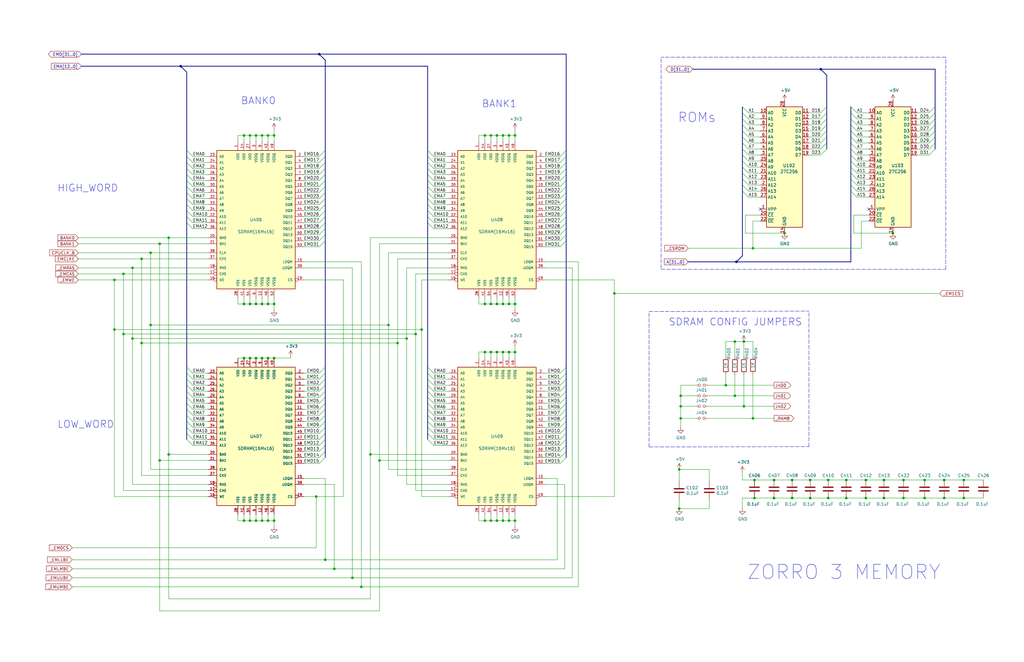
<source format=kicad_sch>
(kicad_sch (version 20211123) (generator eeschema)
  (paper "B")
  (title_block (title "Amiga N2630") (date "2023-02-17") (rev "4.0.0a"))
  (junction (at 313.69 171.45))
  (junction (at 107.95 151.13))
  (junction (at 346.075 29.21))
  (junction (at 212.09 57.15))
  (junction (at 207.01 128.27))
  (junction (at 133.35 209.55))
  (junction (at 398.145 210.185))
  (junction (at 115.57 219.71))
  (junction (at 113.03 219.71))
  (junction (at 76.2 27.94))
  (junction (at 334.01 202.565))
  (junction (at 406.4 210.185))
  (junction (at 334.01 210.185))
  (junction (at 381 202.565))
  (junction (at 175.26 140.97))
  (junction (at 71.12 191.77))
  (junction (at 287.02 167.005))
  (junction (at 115.57 57.15))
  (junction (at 110.49 219.71))
  (junction (at 140.97 240.03))
  (junction (at 317.5 176.53))
  (junction (at 318.135 210.185))
  (junction (at 55.88 142.875))
  (junction (at 318.135 202.565))
  (junction (at 365.125 202.565))
  (junction (at 398.145 202.565))
  (junction (at 372.745 210.185))
  (junction (at 107.95 219.71))
  (junction (at 381 210.185))
  (junction (at 376.555 98.425))
  (junction (at 326.39 202.565))
  (junction (at 113.03 151.13))
  (junction (at 212.09 128.27))
  (junction (at 317.5 104.775))
  (junction (at 204.47 219.71))
  (junction (at 349.25 210.185))
  (junction (at 171.45 142.875))
  (junction (at 341.63 210.185))
  (junction (at 207.01 148.59))
  (junction (at 102.87 151.13))
  (junction (at 309.88 144.145))
  (junction (at 330.835 98.425))
  (junction (at 310.515 110.49))
  (junction (at 115.57 128.27))
  (junction (at 102.87 57.15))
  (junction (at 177.8 139.065))
  (junction (at 217.17 219.71))
  (junction (at 152.4 247.65))
  (junction (at 209.55 148.59))
  (junction (at 204.47 57.15))
  (junction (at 209.55 128.27))
  (junction (at 204.47 148.59))
  (junction (at 209.55 57.15))
  (junction (at 105.41 128.27))
  (junction (at 67.31 102.87))
  (junction (at 356.87 210.185))
  (junction (at 63.5 137.16))
  (junction (at 214.63 57.15))
  (junction (at 214.63 148.59))
  (junction (at 110.49 151.13))
  (junction (at 313.69 144.145))
  (junction (at 59.69 144.78))
  (junction (at 217.17 57.15))
  (junction (at 167.64 144.78))
  (junction (at 52.07 140.97))
  (junction (at 55.88 113.03))
  (junction (at 102.87 128.27))
  (junction (at 163.83 137.16))
  (junction (at 59.69 109.22))
  (junction (at 341.63 202.565))
  (junction (at 207.01 219.71))
  (junction (at 156.21 191.77))
  (junction (at 160.02 194.31))
  (junction (at 209.55 219.71))
  (junction (at 105.41 151.13))
  (junction (at 309.88 167.005))
  (junction (at 105.41 57.15))
  (junction (at 63.5 106.68))
  (junction (at 372.745 202.565))
  (junction (at 105.41 219.71))
  (junction (at 287.02 176.53))
  (junction (at 48.26 139.065))
  (junction (at 67.31 194.31))
  (junction (at 107.95 57.15))
  (junction (at 326.39 210.185))
  (junction (at 286.385 198.12))
  (junction (at 259.08 123.825))
  (junction (at 406.4 202.565))
  (junction (at 48.26 118.11))
  (junction (at 148.59 243.84))
  (junction (at 306.07 162.56))
  (junction (at 110.49 57.15))
  (junction (at 52.07 115.57))
  (junction (at 287.02 171.45))
  (junction (at 212.09 148.59))
  (junction (at 356.87 202.565))
  (junction (at 102.87 219.71))
  (junction (at 71.12 100.33))
  (junction (at 134.62 22.86))
  (junction (at 217.17 128.27))
  (junction (at 214.63 128.27))
  (junction (at 115.57 151.13))
  (junction (at 365.125 210.185))
  (junction (at 110.49 128.27))
  (junction (at 204.47 128.27))
  (junction (at 137.16 236.22))
  (junction (at 217.17 148.59))
  (junction (at 113.03 57.15))
  (junction (at 389.89 210.185))
  (junction (at 107.95 128.27))
  (junction (at 113.03 128.27))
  (junction (at 207.01 57.15))
  (junction (at 214.63 219.71))
  (junction (at 286.385 214.63))
  (junction (at 349.25 202.565))
  (junction (at 389.89 202.565))
  (junction (at 212.09 219.71))
  (no_connect (at 366.395 88.265))
  (no_connect (at 320.675 88.265))
  (bus_entry (at 81.28 157.48) (size -2.54 -2.54))
  (bus_entry (at 236.22 83.82) (size 2.54 -2.54))
  (bus_entry (at 134.62 101.6) (size 2.54 -2.54))
  (bus_entry (at 134.62 86.36) (size 2.54 -2.54))
  (bus_entry (at 236.22 193.04) (size 2.54 -2.54))
  (bus_entry (at 236.22 172.72) (size 2.54 -2.54))
  (bus_entry (at 391.795 65.405) (size 2.54 -2.54))
  (bus_entry (at 134.62 187.96) (size 2.54 -2.54))
  (bus_entry (at 81.28 86.36) (size -2.54 -2.54))
  (bus_entry (at 391.795 52.705) (size 2.54 -2.54))
  (bus_entry (at 81.28 88.9) (size -2.54 -2.54))
  (bus_entry (at 236.22 73.66) (size 2.54 -2.54))
  (bus_entry (at 81.28 73.66) (size -2.54 -2.54))
  (bus_entry (at 134.62 193.04) (size 2.54 -2.54))
  (bus_entry (at 134.62 190.5) (size 2.54 -2.54))
  (bus_entry (at 236.22 66.04) (size 2.54 -2.54))
  (bus_entry (at 134.62 170.18) (size 2.54 -2.54))
  (bus_entry (at 134.62 88.9) (size 2.54 -2.54))
  (bus_entry (at 315.595 70.485) (size -2.54 -2.54))
  (bus_entry (at 182.88 66.04) (size -2.54 -2.54))
  (bus_entry (at 182.88 88.9) (size -2.54 -2.54))
  (bus_entry (at 182.88 180.34) (size -2.54 -2.54))
  (bus_entry (at 236.22 71.12) (size 2.54 -2.54))
  (bus_entry (at 134.62 182.88) (size 2.54 -2.54))
  (bus_entry (at 81.28 93.98) (size -2.54 -2.54))
  (bus_entry (at 361.315 47.625) (size -2.54 -2.54))
  (bus_entry (at 81.28 172.72) (size -2.54 -2.54))
  (bus_entry (at 81.28 71.12) (size -2.54 -2.54))
  (bus_entry (at 361.315 52.705) (size -2.54 -2.54))
  (bus_entry (at 361.315 55.245) (size -2.54 -2.54))
  (bus_entry (at 346.075 65.405) (size 2.54 -2.54))
  (bus_entry (at 182.88 78.74) (size -2.54 -2.54))
  (bus_entry (at 182.88 175.26) (size -2.54 -2.54))
  (bus_entry (at 182.88 187.96) (size -2.54 -2.54))
  (bus_entry (at 182.88 177.8) (size -2.54 -2.54))
  (bus_entry (at 182.88 91.44) (size -2.54 -2.54))
  (bus_entry (at 236.22 68.58) (size 2.54 -2.54))
  (bus_entry (at 315.595 47.625) (size -2.54 -2.54))
  (bus_entry (at 81.28 83.82) (size -2.54 -2.54))
  (bus_entry (at 134.62 180.34) (size 2.54 -2.54))
  (bus_entry (at 236.22 76.2) (size 2.54 -2.54))
  (bus_entry (at 182.88 170.18) (size -2.54 -2.54))
  (bus_entry (at 315.595 78.105) (size -2.54 -2.54))
  (bus_entry (at 346.075 55.245) (size 2.54 -2.54))
  (bus_entry (at 236.22 177.8) (size 2.54 -2.54))
  (bus_entry (at 361.315 83.185) (size -2.54 -2.54))
  (bus_entry (at 315.595 67.945) (size -2.54 -2.54))
  (bus_entry (at 236.22 182.88) (size 2.54 -2.54))
  (bus_entry (at 81.28 68.58) (size -2.54 -2.54))
  (bus_entry (at 81.28 165.1) (size -2.54 -2.54))
  (bus_entry (at 361.315 73.025) (size -2.54 -2.54))
  (bus_entry (at 81.28 162.56) (size -2.54 -2.54))
  (bus_entry (at 236.22 93.98) (size 2.54 -2.54))
  (bus_entry (at 81.28 187.96) (size -2.54 -2.54))
  (bus_entry (at 236.22 86.36) (size 2.54 -2.54))
  (bus_entry (at 315.595 80.645) (size -2.54 -2.54))
  (bus_entry (at 81.28 175.26) (size -2.54 -2.54))
  (bus_entry (at 236.22 165.1) (size 2.54 -2.54))
  (bus_entry (at 134.62 167.64) (size 2.54 -2.54))
  (bus_entry (at 81.28 177.8) (size -2.54 -2.54))
  (bus_entry (at 315.595 52.705) (size -2.54 -2.54))
  (bus_entry (at 134.62 78.74) (size 2.54 -2.54))
  (bus_entry (at 361.315 62.865) (size -2.54 -2.54))
  (bus_entry (at 236.22 167.64) (size 2.54 -2.54))
  (bus_entry (at 236.22 175.26) (size 2.54 -2.54))
  (bus_entry (at 361.315 65.405) (size -2.54 -2.54))
  (bus_entry (at 236.22 81.28) (size 2.54 -2.54))
  (bus_entry (at 134.62 93.98) (size 2.54 -2.54))
  (bus_entry (at 182.88 162.56) (size -2.54 -2.54))
  (bus_entry (at 236.22 180.34) (size 2.54 -2.54))
  (bus_entry (at 391.795 50.165) (size 2.54 -2.54))
  (bus_entry (at 182.88 167.64) (size -2.54 -2.54))
  (bus_entry (at 236.22 185.42) (size 2.54 -2.54))
  (bus_entry (at 134.62 73.66) (size 2.54 -2.54))
  (bus_entry (at 182.88 83.82) (size -2.54 -2.54))
  (bus_entry (at 134.62 71.12) (size 2.54 -2.54))
  (bus_entry (at 236.22 101.6) (size 2.54 -2.54))
  (bus_entry (at 134.62 160.02) (size 2.54 -2.54))
  (bus_entry (at 182.88 76.2) (size -2.54 -2.54))
  (bus_entry (at 134.62 165.1) (size 2.54 -2.54))
  (bus_entry (at 81.28 167.64) (size -2.54 -2.54))
  (bus_entry (at 236.22 190.5) (size 2.54 -2.54))
  (bus_entry (at 182.88 165.1) (size -2.54 -2.54))
  (bus_entry (at 315.595 75.565) (size -2.54 -2.54))
  (bus_entry (at 346.075 47.625) (size 2.54 -2.54))
  (bus_entry (at 134.62 68.58) (size 2.54 -2.54))
  (bus_entry (at 134.62 66.04) (size 2.54 -2.54))
  (bus_entry (at 315.595 55.245) (size -2.54 -2.54))
  (bus_entry (at 315.595 73.025) (size -2.54 -2.54))
  (bus_entry (at 81.28 96.52) (size -2.54 -2.54))
  (bus_entry (at 236.22 187.96) (size 2.54 -2.54))
  (bus_entry (at 361.315 60.325) (size -2.54 -2.54))
  (bus_entry (at 81.28 76.2) (size -2.54 -2.54))
  (bus_entry (at 134.62 91.44) (size 2.54 -2.54))
  (bus_entry (at 134.62 99.06) (size 2.54 -2.54))
  (bus_entry (at 236.22 88.9) (size 2.54 -2.54))
  (bus_entry (at 236.22 195.58) (size 2.54 -2.54))
  (bus_entry (at 182.88 182.88) (size -2.54 -2.54))
  (bus_entry (at 182.88 157.48) (size -2.54 -2.54))
  (bus_entry (at 361.315 67.945) (size -2.54 -2.54))
  (bus_entry (at 346.075 57.785) (size 2.54 -2.54))
  (bus_entry (at 134.62 96.52) (size 2.54 -2.54))
  (bus_entry (at 134.62 162.56) (size 2.54 -2.54))
  (bus_entry (at 81.28 185.42) (size -2.54 -2.54))
  (bus_entry (at 134.62 172.72) (size 2.54 -2.54))
  (bus_entry (at 236.22 96.52) (size 2.54 -2.54))
  (bus_entry (at 81.28 66.04) (size -2.54 -2.54))
  (bus_entry (at 81.28 81.28) (size -2.54 -2.54))
  (bus_entry (at 236.22 104.14) (size 2.54 -2.54))
  (bus_entry (at 236.22 78.74) (size 2.54 -2.54))
  (bus_entry (at 81.28 170.18) (size -2.54 -2.54))
  (bus_entry (at 81.28 78.74) (size -2.54 -2.54))
  (bus_entry (at 236.22 99.06) (size 2.54 -2.54))
  (bus_entry (at 315.595 83.185) (size -2.54 -2.54))
  (bus_entry (at 236.22 162.56) (size 2.54 -2.54))
  (bus_entry (at 134.62 185.42) (size 2.54 -2.54))
  (bus_entry (at 236.22 160.02) (size 2.54 -2.54))
  (bus_entry (at 182.88 185.42) (size -2.54 -2.54))
  (bus_entry (at 346.075 60.325) (size 2.54 -2.54))
  (bus_entry (at 346.075 52.705) (size 2.54 -2.54))
  (bus_entry (at 361.315 57.785) (size -2.54 -2.54))
  (bus_entry (at 134.62 83.82) (size 2.54 -2.54))
  (bus_entry (at 182.88 71.12) (size -2.54 -2.54))
  (bus_entry (at 361.315 70.485) (size -2.54 -2.54))
  (bus_entry (at 81.28 180.34) (size -2.54 -2.54))
  (bus_entry (at 236.22 157.48) (size 2.54 -2.54))
  (bus_entry (at 315.595 50.165) (size -2.54 -2.54))
  (bus_entry (at 391.795 62.865) (size 2.54 -2.54))
  (bus_entry (at 391.795 55.245) (size 2.54 -2.54))
  (bus_entry (at 134.62 177.8) (size 2.54 -2.54))
  (bus_entry (at 182.88 93.98) (size -2.54 -2.54))
  (bus_entry (at 81.28 182.88) (size -2.54 -2.54))
  (bus_entry (at 346.075 62.865) (size 2.54 -2.54))
  (bus_entry (at 315.595 57.785) (size -2.54 -2.54))
  (bus_entry (at 236.22 91.44) (size 2.54 -2.54))
  (bus_entry (at 182.88 160.02) (size -2.54 -2.54))
  (bus_entry (at 134.62 104.14) (size 2.54 -2.54))
  (bus_entry (at 391.795 60.325) (size 2.54 -2.54))
  (bus_entry (at 182.88 172.72) (size -2.54 -2.54))
  (bus_entry (at 134.62 195.58) (size 2.54 -2.54))
  (bus_entry (at 361.315 80.645) (size -2.54 -2.54))
  (bus_entry (at 315.595 65.405) (size -2.54 -2.54))
  (bus_entry (at 391.795 57.785) (size 2.54 -2.54))
  (bus_entry (at 391.795 47.625) (size 2.54 -2.54))
  (bus_entry (at 182.88 68.58) (size -2.54 -2.54))
  (bus_entry (at 134.62 81.28) (size 2.54 -2.54))
  (bus_entry (at 361.315 75.565) (size -2.54 -2.54))
  (bus_entry (at 182.88 86.36) (size -2.54 -2.54))
  (bus_entry (at 81.28 91.44) (size -2.54 -2.54))
  (bus_entry (at 346.075 50.165) (size 2.54 -2.54))
  (bus_entry (at 182.88 81.28) (size -2.54 -2.54))
  (bus_entry (at 315.595 62.865) (size -2.54 -2.54))
  (bus_entry (at 134.62 157.48) (size 2.54 -2.54))
  (bus_entry (at 361.315 50.165) (size -2.54 -2.54))
  (bus_entry (at 134.62 76.2) (size 2.54 -2.54))
  (bus_entry (at 361.315 78.105) (size -2.54 -2.54))
  (bus_entry (at 81.28 160.02) (size -2.54 -2.54))
  (bus_entry (at 134.62 175.26) (size 2.54 -2.54))
  (bus_entry (at 315.595 60.325) (size -2.54 -2.54))
  (bus_entry (at 182.88 73.66) (size -2.54 -2.54))
  (bus_entry (at 236.22 170.18) (size 2.54 -2.54))
  (bus_entry (at 182.88 96.52) (size -2.54 -2.54))
  (wire (pts (xy 298.45 176.53) (xy 317.5 176.53)))
  (bus (pts (xy 238.76 22.86) (xy 238.76 63.5)))
  (wire (pts (xy 306.07 144.145) (xy 309.88 144.145)))
  (bus (pts (xy 78.74 93.98) (xy 78.74 154.94)))
  (wire (pts (xy 214.63 151.13) (xy 214.63 148.59)))
  (bus (pts (xy 346.075 29.21) (xy 394.335 29.21)))
  (wire (pts (xy 128.27 71.12) (xy 134.62 71.12)))
  (wire (pts (xy 229.87 157.48) (xy 236.22 157.48)))
  (wire (pts (xy 87.63 182.88) (xy 81.28 182.88)))
  (wire (pts (xy 314.325 90.805) (xy 314.325 98.425)))
  (wire (pts (xy 128.27 68.58) (xy 134.62 68.58)))
  (wire (pts (xy 381 210.185) (xy 389.89 210.185)))
  (wire (pts (xy 167.64 144.78) (xy 167.64 200.66)))
  (wire (pts (xy 313.69 171.45) (xy 326.39 171.45)))
  (wire (pts (xy 115.57 57.15) (xy 115.57 54.61)))
  (wire (pts (xy 229.87 170.18) (xy 236.22 170.18)))
  (wire (pts (xy 115.57 59.69) (xy 115.57 57.15)))
  (bus (pts (xy 238.76 66.04) (xy 238.76 68.58)))
  (wire (pts (xy 59.69 200.66) (xy 59.69 144.78)))
  (bus (pts (xy 238.76 175.26) (xy 238.76 177.8)))
  (wire (pts (xy 156.21 252.73) (xy 71.12 252.73)))
  (wire (pts (xy 317.5 150.368) (xy 317.5 144.145)))
  (bus (pts (xy 313.055 47.625) (xy 313.055 50.165)))
  (bus (pts (xy 358.775 62.865) (xy 358.775 65.405)))
  (bus (pts (xy 238.76 154.94) (xy 238.76 157.48)))
  (wire (pts (xy 189.23 160.02) (xy 182.88 160.02)))
  (bus (pts (xy 180.34 27.94) (xy 180.34 63.5)))
  (wire (pts (xy 363.22 93.345) (xy 363.22 104.775)))
  (bus (pts (xy 358.775 67.945) (xy 358.775 70.485)))
  (wire (pts (xy 229.87 76.2) (xy 236.22 76.2)))
  (bus (pts (xy 137.16 185.42) (xy 137.16 187.96)))
  (wire (pts (xy 189.23 115.57) (xy 175.26 115.57)))
  (wire (pts (xy 386.715 52.705) (xy 391.795 52.705)))
  (bus (pts (xy 180.34 162.56) (xy 180.34 165.1)))
  (wire (pts (xy 59.69 144.78) (xy 167.64 144.78)))
  (wire (pts (xy 87.63 113.03) (xy 55.88 113.03)))
  (bus (pts (xy 238.76 99.06) (xy 238.76 101.6)))
  (wire (pts (xy 128.27 190.5) (xy 134.62 190.5)))
  (bus (pts (xy 358.775 60.325) (xy 358.775 62.865)))
  (bus (pts (xy 348.615 31.75) (xy 348.615 45.085)))
  (wire (pts (xy 140.97 240.03) (xy 30.48 240.03)))
  (wire (pts (xy 67.31 257.81) (xy 160.02 257.81)))
  (wire (pts (xy 100.33 57.15) (xy 102.87 57.15)))
  (wire (pts (xy 189.23 102.87) (xy 160.02 102.87)))
  (wire (pts (xy 189.23 175.26) (xy 182.88 175.26)))
  (wire (pts (xy 366.395 78.105) (xy 361.315 78.105)))
  (wire (pts (xy 67.31 194.31) (xy 67.31 102.87)))
  (wire (pts (xy 365.125 210.185) (xy 372.745 210.185)))
  (wire (pts (xy 320.675 55.245) (xy 315.595 55.245)))
  (wire (pts (xy 167.64 109.22) (xy 167.64 144.78)))
  (wire (pts (xy 189.23 76.2) (xy 182.88 76.2)))
  (wire (pts (xy 340.995 55.245) (xy 346.075 55.245)))
  (wire (pts (xy 320.675 62.865) (xy 315.595 62.865)))
  (wire (pts (xy 189.23 100.33) (xy 156.21 100.33)))
  (bus (pts (xy 137.16 170.18) (xy 137.16 172.72)))
  (polyline (pts (xy 398.78 113.665) (xy 398.78 24.13)))
  (wire (pts (xy 52.07 115.57) (xy 87.63 115.57)))
  (wire (pts (xy 318.135 202.565) (xy 326.39 202.565)))
  (wire (pts (xy 386.715 55.245) (xy 391.795 55.245)))
  (wire (pts (xy 175.26 115.57) (xy 175.26 140.97)))
  (wire (pts (xy 313.69 144.145) (xy 313.69 150.495)))
  (bus (pts (xy 137.16 157.48) (xy 137.16 160.02)))
  (bus (pts (xy 394.335 45.085) (xy 394.335 47.625)))
  (wire (pts (xy 189.23 207.01) (xy 175.26 207.01)))
  (wire (pts (xy 207.01 217.17) (xy 207.01 219.71)))
  (wire (pts (xy 87.63 78.74) (xy 81.28 78.74)))
  (wire (pts (xy 286.385 203.2) (xy 286.385 198.12)))
  (wire (pts (xy 189.23 68.58) (xy 182.88 68.58)))
  (bus (pts (xy 238.76 165.1) (xy 238.76 167.64)))
  (bus (pts (xy 137.16 93.98) (xy 137.16 96.52)))
  (wire (pts (xy 340.995 57.785) (xy 346.075 57.785)))
  (wire (pts (xy 128.27 81.28) (xy 134.62 81.28)))
  (wire (pts (xy 320.675 65.405) (xy 315.595 65.405)))
  (wire (pts (xy 160.02 194.31) (xy 160.02 257.81)))
  (bus (pts (xy 137.16 25.4) (xy 134.62 22.86)))
  (bus (pts (xy 180.34 88.9) (xy 180.34 91.44)))
  (wire (pts (xy 372.745 202.565) (xy 381 202.565)))
  (wire (pts (xy 201.93 128.27) (xy 204.47 128.27)))
  (bus (pts (xy 180.34 180.34) (xy 180.34 182.88)))
  (bus (pts (xy 134.62 22.86) (xy 238.76 22.86)))
  (wire (pts (xy 209.55 148.59) (xy 212.09 148.59)))
  (wire (pts (xy 100.33 219.71) (xy 102.87 219.71)))
  (wire (pts (xy 128.27 170.18) (xy 134.62 170.18)))
  (wire (pts (xy 366.395 73.025) (xy 361.315 73.025)))
  (wire (pts (xy 87.63 109.22) (xy 59.69 109.22)))
  (wire (pts (xy 63.5 198.12) (xy 63.5 137.16)))
  (wire (pts (xy 201.93 125.73) (xy 201.93 128.27)))
  (bus (pts (xy 313.055 75.565) (xy 313.055 78.105)))
  (wire (pts (xy 204.47 148.59) (xy 207.01 148.59)))
  (wire (pts (xy 163.83 137.16) (xy 163.83 198.12)))
  (bus (pts (xy 180.34 71.12) (xy 180.34 73.66)))
  (wire (pts (xy 318.135 202.565) (xy 313.055 202.565)))
  (wire (pts (xy 340.995 52.705) (xy 346.075 52.705)))
  (wire (pts (xy 259.08 123.825) (xy 259.08 209.55)))
  (wire (pts (xy 299.085 198.12) (xy 299.085 203.2)))
  (wire (pts (xy 87.63 167.64) (xy 81.28 167.64)))
  (wire (pts (xy 229.87 81.28) (xy 236.22 81.28)))
  (bus (pts (xy 180.34 73.66) (xy 180.34 76.2)))
  (wire (pts (xy 229.87 113.03) (xy 241.3 113.03)))
  (bus (pts (xy 137.16 167.64) (xy 137.16 170.18)))
  (bus (pts (xy 358.775 50.165) (xy 358.775 52.705)))
  (wire (pts (xy 398.145 202.565) (xy 406.4 202.565)))
  (wire (pts (xy 189.23 88.9) (xy 182.88 88.9)))
  (wire (pts (xy 48.26 139.065) (xy 48.26 209.55)))
  (wire (pts (xy 201.93 57.15) (xy 204.47 57.15)))
  (wire (pts (xy 102.87 219.71) (xy 105.41 219.71)))
  (bus (pts (xy 180.34 182.88) (xy 180.34 185.42)))
  (wire (pts (xy 366.395 57.785) (xy 361.315 57.785)))
  (wire (pts (xy 102.87 151.13) (xy 105.41 151.13)))
  (wire (pts (xy 318.135 210.185) (xy 326.39 210.185)))
  (bus (pts (xy 137.16 91.44) (xy 137.16 93.98)))
  (wire (pts (xy 299.085 214.63) (xy 299.085 210.82)))
  (wire (pts (xy 366.395 75.565) (xy 361.315 75.565)))
  (wire (pts (xy 214.63 217.17) (xy 214.63 219.71)))
  (bus (pts (xy 180.34 76.2) (xy 180.34 78.74)))
  (wire (pts (xy 107.95 151.13) (xy 110.49 151.13)))
  (wire (pts (xy 212.09 217.17) (xy 212.09 219.71)))
  (bus (pts (xy 137.16 182.88) (xy 137.16 185.42)))
  (bus (pts (xy 394.335 52.705) (xy 394.335 55.245)))
  (wire (pts (xy 317.5 104.775) (xy 290.195 104.775)))
  (wire (pts (xy 71.12 191.77) (xy 71.12 100.33)))
  (wire (pts (xy 320.675 47.625) (xy 315.595 47.625)))
  (wire (pts (xy 189.23 78.74) (xy 182.88 78.74)))
  (wire (pts (xy 189.23 194.31) (xy 160.02 194.31)))
  (wire (pts (xy 128.27 162.56) (xy 134.62 162.56)))
  (wire (pts (xy 309.88 167.005) (xy 326.39 167.005)))
  (wire (pts (xy 317.5 176.53) (xy 326.39 176.53)))
  (wire (pts (xy 234.95 201.93) (xy 234.95 236.22)))
  (wire (pts (xy 340.995 47.625) (xy 346.075 47.625)))
  (bus (pts (xy 348.615 52.705) (xy 348.615 55.245)))
  (wire (pts (xy 214.63 219.71) (xy 217.17 219.71)))
  (bus (pts (xy 358.775 80.645) (xy 358.775 110.49)))
  (wire (pts (xy 128.27 88.9) (xy 134.62 88.9)))
  (bus (pts (xy 78.74 78.74) (xy 78.74 81.28)))
  (wire (pts (xy 229.87 83.82) (xy 236.22 83.82)))
  (wire (pts (xy 320.675 83.185) (xy 315.595 83.185)))
  (wire (pts (xy 286.385 214.63) (xy 299.085 214.63)))
  (wire (pts (xy 366.395 67.945) (xy 361.315 67.945)))
  (wire (pts (xy 105.41 125.73) (xy 105.41 128.27)))
  (bus (pts (xy 180.34 167.64) (xy 180.34 170.18)))
  (wire (pts (xy 217.17 148.59) (xy 217.17 146.05)))
  (wire (pts (xy 163.83 198.12) (xy 189.23 198.12)))
  (wire (pts (xy 189.23 96.52) (xy 182.88 96.52)))
  (bus (pts (xy 180.34 86.36) (xy 180.34 88.9)))
  (polyline (pts (xy 341.122 188.468) (xy 341.122 131.318)))
  (bus (pts (xy 180.34 91.44) (xy 180.34 93.98)))
  (wire (pts (xy 386.715 62.865) (xy 391.795 62.865)))
  (wire (pts (xy 87.63 177.8) (xy 81.28 177.8)))
  (bus (pts (xy 76.2 27.94) (xy 180.34 27.94)))
  (wire (pts (xy 229.87 99.06) (xy 236.22 99.06)))
  (wire (pts (xy 229.87 187.96) (xy 236.22 187.96)))
  (wire (pts (xy 317.5 157.988) (xy 317.5 176.53)))
  (wire (pts (xy 398.145 210.185) (xy 406.4 210.185)))
  (bus (pts (xy 310.515 110.49) (xy 358.775 110.49)))
  (wire (pts (xy 189.23 170.18) (xy 182.88 170.18)))
  (wire (pts (xy 365.125 202.565) (xy 356.87 202.565)))
  (wire (pts (xy 363.22 104.775) (xy 317.5 104.775)))
  (wire (pts (xy 102.87 128.27) (xy 105.41 128.27)))
  (wire (pts (xy 48.26 118.11) (xy 33.02 118.11)))
  (wire (pts (xy 229.87 204.47) (xy 238.125 204.47)))
  (bus (pts (xy 78.74 81.28) (xy 78.74 83.82)))
  (bus (pts (xy 137.16 154.94) (xy 137.16 157.48)))
  (bus (pts (xy 238.76 182.88) (xy 238.76 185.42)))
  (wire (pts (xy 87.63 191.77) (xy 71.12 191.77)))
  (wire (pts (xy 340.995 65.405) (xy 346.075 65.405)))
  (polyline (pts (xy 278.765 113.665) (xy 398.78 113.665)))
  (wire (pts (xy 238.125 240.03) (xy 238.125 204.47)))
  (wire (pts (xy 229.87 96.52) (xy 236.22 96.52)))
  (bus (pts (xy 238.76 180.34) (xy 238.76 182.88)))
  (wire (pts (xy 381 202.565) (xy 389.89 202.565)))
  (wire (pts (xy 334.01 202.565) (xy 341.63 202.565)))
  (bus (pts (xy 238.76 162.56) (xy 238.76 165.1)))
  (bus (pts (xy 78.74 162.56) (xy 78.74 165.1)))
  (wire (pts (xy 209.55 125.73) (xy 209.55 128.27)))
  (wire (pts (xy 128.27 201.93) (xy 137.16 201.93)))
  (wire (pts (xy 63.5 137.16) (xy 63.5 106.68)))
  (wire (pts (xy 212.09 151.13) (xy 212.09 148.59)))
  (wire (pts (xy 87.63 157.48) (xy 81.28 157.48)))
  (bus (pts (xy 313.055 52.705) (xy 313.055 55.245)))
  (wire (pts (xy 52.07 207.01) (xy 52.07 140.97)))
  (bus (pts (xy 292.1 29.21) (xy 346.075 29.21)))
  (bus (pts (xy 180.34 175.26) (xy 180.34 177.8)))
  (wire (pts (xy 317.5 144.145) (xy 313.69 144.145)))
  (wire (pts (xy 189.23 91.44) (xy 182.88 91.44)))
  (wire (pts (xy 128.27 175.26) (xy 134.62 175.26)))
  (wire (pts (xy 313.055 202.565) (xy 313.055 199.39)))
  (wire (pts (xy 67.31 194.31) (xy 67.31 257.81)))
  (wire (pts (xy 209.55 219.71) (xy 212.09 219.71)))
  (bus (pts (xy 358.775 65.405) (xy 358.775 67.945)))
  (wire (pts (xy 105.41 128.27) (xy 107.95 128.27)))
  (wire (pts (xy 209.55 217.17) (xy 209.55 219.71)))
  (wire (pts (xy 340.995 62.865) (xy 346.075 62.865)))
  (polyline (pts (xy 398.78 24.13) (xy 278.765 24.13)))
  (wire (pts (xy 115.57 151.13) (xy 122.555 151.13)))
  (wire (pts (xy 201.93 217.17) (xy 201.93 219.71)))
  (wire (pts (xy 107.95 128.27) (xy 110.49 128.27)))
  (wire (pts (xy 386.715 50.165) (xy 391.795 50.165)))
  (bus (pts (xy 238.76 170.18) (xy 238.76 172.72)))
  (wire (pts (xy 140.97 204.47) (xy 140.97 240.03)))
  (wire (pts (xy 87.63 118.11) (xy 48.26 118.11)))
  (wire (pts (xy 209.55 151.13) (xy 209.55 148.59)))
  (wire (pts (xy 366.395 70.485) (xy 361.315 70.485)))
  (wire (pts (xy 366.395 65.405) (xy 361.315 65.405)))
  (wire (pts (xy 113.03 219.71) (xy 115.57 219.71)))
  (wire (pts (xy 87.63 81.28) (xy 81.28 81.28)))
  (wire (pts (xy 320.675 57.785) (xy 315.595 57.785)))
  (bus (pts (xy 180.34 177.8) (xy 180.34 180.34)))
  (wire (pts (xy 177.8 118.11) (xy 177.8 139.065)))
  (bus (pts (xy 313.055 80.645) (xy 313.055 107.95)))
  (wire (pts (xy 349.25 202.565) (xy 341.63 202.565)))
  (wire (pts (xy 341.63 210.185) (xy 349.25 210.185)))
  (wire (pts (xy 217.17 59.69) (xy 217.17 57.15)))
  (bus (pts (xy 238.76 172.72) (xy 238.76 175.26)))
  (wire (pts (xy 366.395 55.245) (xy 361.315 55.245)))
  (bus (pts (xy 348.615 57.785) (xy 348.615 60.325)))
  (bus (pts (xy 238.76 185.42) (xy 238.76 187.96)))
  (wire (pts (xy 115.57 219.71) (xy 115.57 222.25)))
  (bus (pts (xy 180.34 81.28) (xy 180.34 83.82)))
  (wire (pts (xy 201.93 148.59) (xy 204.47 148.59)))
  (wire (pts (xy 102.87 125.73) (xy 102.87 128.27)))
  (wire (pts (xy 229.87 190.5) (xy 236.22 190.5)))
  (wire (pts (xy 204.47 217.17) (xy 204.47 219.71)))
  (wire (pts (xy 71.12 100.33) (xy 33.02 100.33)))
  (wire (pts (xy 52.07 140.97) (xy 175.26 140.97)))
  (wire (pts (xy 189.23 66.04) (xy 182.88 66.04)))
  (bus (pts (xy 78.74 76.2) (xy 78.74 78.74)))
  (bus (pts (xy 313.055 67.945) (xy 313.055 70.485)))
  (wire (pts (xy 389.89 202.565) (xy 398.145 202.565)))
  (wire (pts (xy 217.17 128.27) (xy 217.17 125.73)))
  (bus (pts (xy 78.74 180.34) (xy 78.74 182.88)))
  (wire (pts (xy 107.95 219.71) (xy 110.49 219.71)))
  (wire (pts (xy 152.4 110.49) (xy 152.4 247.65)))
  (wire (pts (xy 229.87 165.1) (xy 236.22 165.1)))
  (wire (pts (xy 128.27 86.36) (xy 134.62 86.36)))
  (wire (pts (xy 366.395 62.865) (xy 361.315 62.865)))
  (wire (pts (xy 366.395 90.805) (xy 360.045 90.805)))
  (bus (pts (xy 137.16 63.5) (xy 137.16 66.04)))
  (wire (pts (xy 366.395 83.185) (xy 361.315 83.185)))
  (bus (pts (xy 358.775 75.565) (xy 358.775 78.105)))
  (wire (pts (xy 137.16 236.22) (xy 234.95 236.22)))
  (wire (pts (xy 229.87 91.44) (xy 236.22 91.44)))
  (bus (pts (xy 78.74 66.04) (xy 78.74 68.58)))
  (wire (pts (xy 102.87 57.15) (xy 105.41 57.15)))
  (wire (pts (xy 286.385 210.82) (xy 286.385 214.63)))
  (wire (pts (xy 189.23 180.34) (xy 182.88 180.34)))
  (bus (pts (xy 34.29 27.94) (xy 76.2 27.94)))
  (bus (pts (xy 78.74 73.66) (xy 78.74 76.2)))
  (bus (pts (xy 137.16 187.96) (xy 137.16 190.5)))
  (bus (pts (xy 78.74 160.02) (xy 78.74 162.56)))
  (wire (pts (xy 189.23 187.96) (xy 182.88 187.96)))
  (bus (pts (xy 78.74 91.44) (xy 78.74 93.98)))
  (wire (pts (xy 189.23 185.42) (xy 182.88 185.42)))
  (bus (pts (xy 137.16 175.26) (xy 137.16 177.8)))
  (bus (pts (xy 313.055 70.485) (xy 313.055 73.025)))
  (bus (pts (xy 137.16 160.02) (xy 137.16 162.56)))
  (wire (pts (xy 189.23 113.03) (xy 171.45 113.03)))
  (wire (pts (xy 87.63 76.2) (xy 81.28 76.2)))
  (wire (pts (xy 87.63 160.02) (xy 81.28 160.02)))
  (wire (pts (xy 214.63 59.69) (xy 214.63 57.15)))
  (wire (pts (xy 171.45 142.875) (xy 171.45 204.47)))
  (bus (pts (xy 313.055 62.865) (xy 313.055 65.405)))
  (bus (pts (xy 348.615 47.625) (xy 348.615 50.165)))
  (wire (pts (xy 309.88 144.145) (xy 309.88 150.495)))
  (wire (pts (xy 320.675 75.565) (xy 315.595 75.565)))
  (bus (pts (xy 78.74 63.5) (xy 78.74 66.04)))
  (wire (pts (xy 287.02 167.005) (xy 287.02 171.45)))
  (wire (pts (xy 320.675 93.345) (xy 317.5 93.345)))
  (wire (pts (xy 207.01 59.69) (xy 207.01 57.15)))
  (wire (pts (xy 366.395 93.345) (xy 363.22 93.345)))
  (wire (pts (xy 229.87 185.42) (xy 236.22 185.42)))
  (wire (pts (xy 189.23 165.1) (xy 182.88 165.1)))
  (wire (pts (xy 406.4 202.565) (xy 414.655 202.565)))
  (wire (pts (xy 320.675 73.025) (xy 315.595 73.025)))
  (wire (pts (xy 87.63 86.36) (xy 81.28 86.36)))
  (wire (pts (xy 87.63 93.98) (xy 81.28 93.98)))
  (wire (pts (xy 212.09 57.15) (xy 214.63 57.15)))
  (wire (pts (xy 204.47 128.27) (xy 207.01 128.27)))
  (wire (pts (xy 229.87 177.8) (xy 236.22 177.8)))
  (wire (pts (xy 113.03 125.73) (xy 113.03 128.27)))
  (bus (pts (xy 313.055 60.325) (xy 313.055 62.865)))
  (bus (pts (xy 238.76 96.52) (xy 238.76 99.06)))
  (wire (pts (xy 156.21 100.33) (xy 156.21 191.77)))
  (wire (pts (xy 87.63 162.56) (xy 81.28 162.56)))
  (wire (pts (xy 229.87 88.9) (xy 236.22 88.9)))
  (bus (pts (xy 358.775 52.705) (xy 358.775 55.245)))
  (wire (pts (xy 105.41 151.13) (xy 107.95 151.13)))
  (wire (pts (xy 52.07 140.97) (xy 52.07 115.57)))
  (wire (pts (xy 207.01 125.73) (xy 207.01 128.27)))
  (wire (pts (xy 212.09 148.59) (xy 214.63 148.59)))
  (wire (pts (xy 229.87 175.26) (xy 236.22 175.26)))
  (wire (pts (xy 137.16 236.22) (xy 30.48 236.22)))
  (bus (pts (xy 238.76 157.48) (xy 238.76 160.02)))
  (wire (pts (xy 110.49 151.13) (xy 113.03 151.13)))
  (bus (pts (xy 137.16 162.56) (xy 137.16 165.1)))
  (bus (pts (xy 358.775 45.085) (xy 358.775 47.625)))
  (wire (pts (xy 110.49 128.27) (xy 113.03 128.27)))
  (wire (pts (xy 115.57 128.27) (xy 115.57 130.81)))
  (polyline (pts (xy 273.685 131.445) (xy 341.122 131.318)))
  (bus (pts (xy 394.335 60.325) (xy 394.335 62.865)))
  (bus (pts (xy 78.74 71.12) (xy 78.74 73.66)))
  (wire (pts (xy 175.26 140.97) (xy 175.26 207.01)))
  (wire (pts (xy 33.02 115.57) (xy 52.07 115.57)))
  (bus (pts (xy 34.29 22.86) (xy 134.62 22.86)))
  (wire (pts (xy 287.02 167.005) (xy 293.37 167.005)))
  (wire (pts (xy 163.83 137.16) (xy 63.5 137.16)))
  (bus (pts (xy 78.74 30.48) (xy 76.2 27.94)))
  (wire (pts (xy 113.03 217.17) (xy 113.03 219.71)))
  (wire (pts (xy 209.55 57.15) (xy 212.09 57.15)))
  (wire (pts (xy 229.87 71.12) (xy 236.22 71.12)))
  (bus (pts (xy 358.775 55.245) (xy 358.775 57.785)))
  (wire (pts (xy 212.09 128.27) (xy 214.63 128.27)))
  (bus (pts (xy 358.775 70.485) (xy 358.775 73.025)))
  (bus (pts (xy 238.76 73.66) (xy 238.76 76.2)))
  (wire (pts (xy 217.17 219.71) (xy 217.17 217.17)))
  (wire (pts (xy 201.93 59.69) (xy 201.93 57.15)))
  (wire (pts (xy 229.87 193.04) (xy 236.22 193.04)))
  (wire (pts (xy 189.23 118.11) (xy 177.8 118.11)))
  (wire (pts (xy 318.135 210.185) (xy 313.055 210.185)))
  (wire (pts (xy 152.4 247.65) (xy 30.48 247.65)))
  (wire (pts (xy 128.27 180.34) (xy 134.62 180.34)))
  (wire (pts (xy 100.33 217.17) (xy 100.33 219.71)))
  (wire (pts (xy 287.02 162.56) (xy 287.02 167.005)))
  (wire (pts (xy 214.63 125.73) (xy 214.63 128.27)))
  (wire (pts (xy 306.07 158.115) (xy 306.07 162.56)))
  (wire (pts (xy 113.03 59.69) (xy 113.03 57.15)))
  (wire (pts (xy 148.59 243.84) (xy 30.48 243.84)))
  (wire (pts (xy 128.27 185.42) (xy 134.62 185.42)))
  (bus (pts (xy 180.34 160.02) (xy 180.34 162.56)))
  (bus (pts (xy 78.74 177.8) (xy 78.74 180.34)))
  (bus (pts (xy 238.76 88.9) (xy 238.76 91.44)))
  (wire (pts (xy 201.93 219.71) (xy 204.47 219.71)))
  (wire (pts (xy 144.78 209.55) (xy 144.78 118.11)))
  (wire (pts (xy 107.95 59.69) (xy 107.95 57.15)))
  (wire (pts (xy 217.17 57.15) (xy 217.17 54.61)))
  (wire (pts (xy 128.27 96.52) (xy 134.62 96.52)))
  (wire (pts (xy 87.63 102.87) (xy 67.31 102.87)))
  (wire (pts (xy 113.03 128.27) (xy 115.57 128.27)))
  (wire (pts (xy 309.88 144.145) (xy 313.69 144.145)))
  (wire (pts (xy 229.87 180.34) (xy 236.22 180.34)))
  (wire (pts (xy 55.88 113.03) (xy 33.02 113.03)))
  (wire (pts (xy 87.63 198.12) (xy 63.5 198.12)))
  (bus (pts (xy 180.34 63.5) (xy 180.34 66.04)))
  (bus (pts (xy 238.76 101.6) (xy 238.76 154.94)))
  (wire (pts (xy 133.35 209.55) (xy 144.78 209.55)))
  (wire (pts (xy 87.63 172.72) (xy 81.28 172.72)))
  (wire (pts (xy 189.23 93.98) (xy 182.88 93.98)))
  (wire (pts (xy 229.87 182.88) (xy 236.22 182.88)))
  (bus (pts (xy 137.16 88.9) (xy 137.16 91.44)))
  (wire (pts (xy 229.87 209.55) (xy 259.08 209.55)))
  (bus (pts (xy 394.335 50.165) (xy 394.335 52.705)))
  (wire (pts (xy 128.27 182.88) (xy 134.62 182.88)))
  (bus (pts (xy 394.335 55.245) (xy 394.335 57.785)))
  (bus (pts (xy 180.34 157.48) (xy 180.34 160.02)))
  (wire (pts (xy 306.07 162.56) (xy 326.39 162.56)))
  (wire (pts (xy 87.63 165.1) (xy 81.28 165.1)))
  (polyline (pts (xy 278.765 24.765) (xy 278.765 113.665)))
  (wire (pts (xy 340.995 50.165) (xy 346.075 50.165)))
  (bus (pts (xy 137.16 96.52) (xy 137.16 99.06)))
  (wire (pts (xy 366.395 60.325) (xy 361.315 60.325)))
  (wire (pts (xy 214.63 128.27) (xy 217.17 128.27)))
  (bus (pts (xy 348.615 45.085) (xy 348.615 47.625)))
  (wire (pts (xy 177.8 139.065) (xy 48.26 139.065)))
  (bus (pts (xy 238.76 93.98) (xy 238.76 96.52)))
  (bus (pts (xy 238.76 63.5) (xy 238.76 66.04)))
  (wire (pts (xy 287.02 171.45) (xy 287.02 176.53)))
  (wire (pts (xy 87.63 200.66) (xy 59.69 200.66)))
  (bus (pts (xy 78.74 83.82) (xy 78.74 86.36)))
  (wire (pts (xy 386.715 47.625) (xy 391.795 47.625)))
  (wire (pts (xy 110.49 217.17) (xy 110.49 219.71)))
  (wire (pts (xy 287.02 171.45) (xy 293.37 171.45)))
  (wire (pts (xy 105.41 217.17) (xy 105.41 219.71)))
  (wire (pts (xy 63.5 106.68) (xy 33.02 106.68)))
  (wire (pts (xy 189.23 106.68) (xy 163.83 106.68)))
  (wire (pts (xy 128.27 187.96) (xy 134.62 187.96)))
  (wire (pts (xy 366.395 50.165) (xy 361.315 50.165)))
  (wire (pts (xy 163.83 106.68) (xy 163.83 137.16)))
  (wire (pts (xy 349.25 210.185) (xy 356.87 210.185)))
  (bus (pts (xy 238.76 160.02) (xy 238.76 162.56)))
  (wire (pts (xy 128.27 113.03) (xy 148.59 113.03)))
  (bus (pts (xy 78.74 165.1) (xy 78.74 167.64)))
  (bus (pts (xy 137.16 81.28) (xy 137.16 83.82)))
  (wire (pts (xy 313.055 210.185) (xy 313.055 214.63)))
  (wire (pts (xy 87.63 187.96) (xy 81.28 187.96)))
  (bus (pts (xy 348.615 50.165) (xy 348.615 52.705)))
  (wire (pts (xy 229.87 78.74) (xy 236.22 78.74)))
  (bus (pts (xy 180.34 93.98) (xy 180.34 154.94)))
  (bus (pts (xy 180.34 170.18) (xy 180.34 172.72)))
  (wire (pts (xy 229.87 195.58) (xy 236.22 195.58)))
  (bus (pts (xy 137.16 86.36) (xy 137.16 88.9)))
  (wire (pts (xy 259.08 123.825) (xy 396.24 123.825)))
  (wire (pts (xy 189.23 191.77) (xy 156.21 191.77)))
  (wire (pts (xy 87.63 66.04) (xy 81.28 66.04)))
  (wire (pts (xy 298.45 162.56) (xy 306.07 162.56)))
  (wire (pts (xy 360.045 90.805) (xy 360.045 98.425)))
  (wire (pts (xy 229.87 118.11) (xy 259.08 118.11)))
  (wire (pts (xy 320.675 52.705) (xy 315.595 52.705)))
  (wire (pts (xy 229.87 101.6) (xy 236.22 101.6)))
  (wire (pts (xy 189.23 71.12) (xy 182.88 71.12)))
  (wire (pts (xy 87.63 180.34) (xy 81.28 180.34)))
  (bus (pts (xy 78.74 157.48) (xy 78.74 160.02)))
  (wire (pts (xy 298.45 171.45) (xy 313.69 171.45)))
  (bus (pts (xy 238.76 187.96) (xy 238.76 190.5)))
  (wire (pts (xy 229.87 66.04) (xy 236.22 66.04)))
  (wire (pts (xy 128.27 76.2) (xy 134.62 76.2)))
  (bus (pts (xy 137.16 190.5) (xy 137.16 193.04)))
  (wire (pts (xy 148.59 113.03) (xy 148.59 243.84)))
  (wire (pts (xy 152.4 247.65) (xy 243.84 247.65)))
  (bus (pts (xy 358.775 78.105) (xy 358.775 80.645)))
  (bus (pts (xy 78.74 167.64) (xy 78.74 170.18)))
  (wire (pts (xy 107.95 217.17) (xy 107.95 219.71)))
  (bus (pts (xy 78.74 88.9) (xy 78.74 91.44)))
  (bus (pts (xy 313.055 73.025) (xy 313.055 75.565)))
  (wire (pts (xy 214.63 148.59) (xy 217.17 148.59)))
  (wire (pts (xy 209.55 128.27) (xy 212.09 128.27)))
  (wire (pts (xy 105.41 219.71) (xy 107.95 219.71)))
  (wire (pts (xy 59.69 144.78) (xy 59.69 109.22)))
  (wire (pts (xy 313.69 171.45) (xy 313.69 158.115)))
  (bus (pts (xy 137.16 71.12) (xy 137.16 73.66)))
  (bus (pts (xy 238.76 86.36) (xy 238.76 88.9)))
  (bus (pts (xy 137.16 25.4) (xy 137.16 63.5)))
  (wire (pts (xy 128.27 78.74) (xy 134.62 78.74)))
  (wire (pts (xy 55.88 142.875) (xy 171.45 142.875)))
  (wire (pts (xy 189.23 162.56) (xy 182.88 162.56)))
  (bus (pts (xy 137.16 177.8) (xy 137.16 180.34)))
  (wire (pts (xy 217.17 219.71) (xy 217.17 222.25)))
  (bus (pts (xy 78.74 30.48) (xy 78.74 63.5)))
  (bus (pts (xy 238.76 78.74) (xy 238.76 81.28)))
  (wire (pts (xy 212.09 59.69) (xy 212.09 57.15)))
  (wire (pts (xy 128.27 167.64) (xy 134.62 167.64)))
  (wire (pts (xy 87.63 106.68) (xy 63.5 106.68)))
  (wire (pts (xy 212.09 219.71) (xy 214.63 219.71)))
  (wire (pts (xy 160.02 102.87) (xy 160.02 194.31)))
  (bus (pts (xy 137.16 78.74) (xy 137.16 81.28)))
  (wire (pts (xy 201.93 151.13) (xy 201.93 148.59)))
  (wire (pts (xy 107.95 125.73) (xy 107.95 128.27)))
  (wire (pts (xy 128.27 110.49) (xy 152.4 110.49)))
  (wire (pts (xy 204.47 59.69) (xy 204.47 57.15)))
  (wire (pts (xy 128.27 165.1) (xy 134.62 165.1)))
  (wire (pts (xy 87.63 204.47) (xy 55.88 204.47)))
  (bus (pts (xy 313.055 50.165) (xy 313.055 52.705)))
  (bus (pts (xy 180.34 154.94) (xy 180.34 157.48)))
  (wire (pts (xy 217.17 128.27) (xy 217.17 130.81)))
  (wire (pts (xy 189.23 73.66) (xy 182.88 73.66)))
  (wire (pts (xy 306.07 150.495) (xy 306.07 144.145)))
  (wire (pts (xy 259.08 118.11) (xy 259.08 123.825)))
  (wire (pts (xy 128.27 195.58) (xy 134.62 195.58)))
  (wire (pts (xy 366.395 47.625) (xy 361.315 47.625)))
  (wire (pts (xy 189.23 83.82) (xy 182.88 83.82)))
  (wire (pts (xy 287.02 176.53) (xy 293.37 176.53)))
  (wire (pts (xy 140.97 240.03) (xy 238.125 240.03)))
  (wire (pts (xy 105.41 57.15) (xy 107.95 57.15)))
  (bus (pts (xy 180.34 78.74) (xy 180.34 81.28)))
  (bus (pts (xy 358.775 73.025) (xy 358.775 75.565)))
  (wire (pts (xy 128.27 83.82) (xy 134.62 83.82)))
  (wire (pts (xy 128.27 99.06) (xy 134.62 99.06)))
  (wire (pts (xy 128.27 157.48) (xy 134.62 157.48)))
  (wire (pts (xy 360.045 98.425) (xy 376.555 98.425)))
  (wire (pts (xy 207.01 57.15) (xy 209.55 57.15)))
  (wire (pts (xy 87.63 170.18) (xy 81.28 170.18)))
  (bus (pts (xy 238.76 83.82) (xy 238.76 86.36)))
  (wire (pts (xy 189.23 172.72) (xy 182.88 172.72)))
  (wire (pts (xy 110.49 59.69) (xy 110.49 57.15)))
  (bus (pts (xy 394.335 29.21) (xy 394.335 45.085)))
  (wire (pts (xy 207.01 151.13) (xy 207.01 148.59)))
  (wire (pts (xy 100.33 128.27) (xy 102.87 128.27)))
  (bus (pts (xy 313.055 45.085) (xy 313.055 47.625)))
  (wire (pts (xy 229.87 104.14) (xy 236.22 104.14)))
  (wire (pts (xy 189.23 204.47) (xy 171.45 204.47)))
  (wire (pts (xy 189.23 200.66) (xy 167.64 200.66)))
  (wire (pts (xy 320.675 90.805) (xy 314.325 90.805)))
  (wire (pts (xy 229.87 167.64) (xy 236.22 167.64)))
  (wire (pts (xy 100.33 59.69) (xy 100.33 57.15)))
  (wire (pts (xy 334.01 210.185) (xy 341.63 210.185)))
  (polyline (pts (xy 273.685 132.08) (xy 273.685 188.595)))
  (bus (pts (xy 290.195 110.49) (xy 310.515 110.49)))
  (bus (pts (xy 394.335 57.785) (xy 394.335 60.325)))
  (wire (pts (xy 87.63 209.55) (xy 48.26 209.55)))
  (bus (pts (xy 310.515 110.49) (xy 313.055 107.95)))
  (wire (pts (xy 309.88 158.115) (xy 309.88 167.005)))
  (wire (pts (xy 122.555 151.13) (xy 122.555 150.495)))
  (bus (pts (xy 78.74 172.72) (xy 78.74 175.26)))
  (wire (pts (xy 87.63 88.9) (xy 81.28 88.9)))
  (wire (pts (xy 189.23 157.48) (xy 182.88 157.48)))
  (bus (pts (xy 78.74 154.94) (xy 78.74 157.48)))
  (wire (pts (xy 171.45 113.03) (xy 171.45 142.875)))
  (wire (pts (xy 128.27 177.8) (xy 134.62 177.8)))
  (bus (pts (xy 313.055 78.105) (xy 313.055 80.645)))
  (bus (pts (xy 180.34 172.72) (xy 180.34 175.26)))
  (wire (pts (xy 293.37 162.56) (xy 287.02 162.56)))
  (bus (pts (xy 180.34 68.58) (xy 180.34 71.12)))
  (wire (pts (xy 87.63 185.42) (xy 81.28 185.42)))
  (bus (pts (xy 238.76 177.8) (xy 238.76 180.34)))
  (wire (pts (xy 156.21 191.77) (xy 156.21 252.73)))
  (bus (pts (xy 78.74 68.58) (xy 78.74 71.12)))
  (wire (pts (xy 102.87 217.17) (xy 102.87 219.71)))
  (bus (pts (xy 137.16 165.1) (xy 137.16 167.64)))
  (wire (pts (xy 128.27 104.14) (xy 134.62 104.14)))
  (bus (pts (xy 180.34 165.1) (xy 180.34 167.64)))
  (wire (pts (xy 189.23 209.55) (xy 177.8 209.55)))
  (wire (pts (xy 102.87 59.69) (xy 102.87 57.15)))
  (wire (pts (xy 204.47 151.13) (xy 204.47 148.59)))
  (wire (pts (xy 128.27 93.98) (xy 134.62 93.98)))
  (bus (pts (xy 313.055 55.245) (xy 313.055 57.785)))
  (wire (pts (xy 133.35 231.14) (xy 30.48 231.14)))
  (bus (pts (xy 137.16 101.6) (xy 137.16 154.94)))
  (bus (pts (xy 238.76 76.2) (xy 238.76 78.74)))
  (wire (pts (xy 320.675 50.165) (xy 315.595 50.165)))
  (bus (pts (xy 313.055 65.405) (xy 313.055 67.945)))
  (wire (pts (xy 189.23 182.88) (xy 182.88 182.88)))
  (wire (pts (xy 128.27 160.02) (xy 134.62 160.02)))
  (bus (pts (xy 137.16 172.72) (xy 137.16 175.26)))
  (wire (pts (xy 113.03 57.15) (xy 115.57 57.15)))
  (wire (pts (xy 320.675 67.945) (xy 315.595 67.945)))
  (wire (pts (xy 144.78 118.11) (xy 128.27 118.11)))
  (wire (pts (xy 128.27 101.6) (xy 134.62 101.6)))
  (wire (pts (xy 229.87 201.93) (xy 234.95 201.93)))
  (wire (pts (xy 229.87 73.66) (xy 236.22 73.66)))
  (wire (pts (xy 287.02 176.53) (xy 287.02 180.34)))
  (wire (pts (xy 133.35 209.55) (xy 133.35 231.14)))
  (bus (pts (xy 78.74 182.88) (xy 78.74 185.42)))
  (bus (pts (xy 238.76 190.5) (xy 238.76 193.04)))
  (wire (pts (xy 128.27 172.72) (xy 134.62 172.72)))
  (wire (pts (xy 298.45 167.005) (xy 309.88 167.005)))
  (wire (pts (xy 128.27 91.44) (xy 134.62 91.44)))
  (bus (pts (xy 238.76 71.12) (xy 238.76 73.66)))
  (bus (pts (xy 78.74 86.36) (xy 78.74 88.9)))
  (bus (pts (xy 137.16 73.66) (xy 137.16 76.2)))
  (wire (pts (xy 243.84 247.65) (xy 243.84 110.49)))
  (wire (pts (xy 71.12 191.77) (xy 71.12 252.73)))
  (wire (pts (xy 229.87 86.36) (xy 236.22 86.36)))
  (wire (pts (xy 207.01 128.27) (xy 209.55 128.27)))
  (wire (pts (xy 67.31 102.87) (xy 33.02 102.87)))
  (bus (pts (xy 180.34 83.82) (xy 180.34 86.36)))
  (wire (pts (xy 229.87 110.49) (xy 243.84 110.49)))
  (wire (pts (xy 229.87 162.56) (xy 236.22 162.56)))
  (wire (pts (xy 87.63 73.66) (xy 81.28 73.66)))
  (bus (pts (xy 137.16 180.34) (xy 137.16 182.88)))
  (bus (pts (xy 238.76 68.58) (xy 238.76 71.12)))
  (wire (pts (xy 87.63 71.12) (xy 81.28 71.12)))
  (wire (pts (xy 48.26 118.11) (xy 48.26 139.065)))
  (wire (pts (xy 229.87 68.58) (xy 236.22 68.58)))
  (wire (pts (xy 386.715 57.785) (xy 391.795 57.785)))
  (wire (pts (xy 128.27 66.04) (xy 134.62 66.04)))
  (wire (pts (xy 320.675 78.105) (xy 315.595 78.105)))
  (bus (pts (xy 238.76 81.28) (xy 238.76 83.82)))
  (wire (pts (xy 55.88 204.47) (xy 55.88 142.875)))
  (wire (pts (xy 229.87 160.02) (xy 236.22 160.02)))
  (wire (pts (xy 320.675 60.325) (xy 315.595 60.325)))
  (wire (pts (xy 326.39 202.565) (xy 334.01 202.565)))
  (wire (pts (xy 189.23 81.28) (xy 182.88 81.28)))
  (wire (pts (xy 87.63 175.26) (xy 81.28 175.26)))
  (wire (pts (xy 389.89 210.185) (xy 398.145 210.185)))
  (wire (pts (xy 87.63 83.82) (xy 81.28 83.82)))
  (wire (pts (xy 320.675 80.645) (xy 315.595 80.645)))
  (wire (pts (xy 356.87 210.185) (xy 365.125 210.185)))
  (wire (pts (xy 229.87 172.72) (xy 236.22 172.72)))
  (wire (pts (xy 55.88 142.875) (xy 55.88 113.03)))
  (wire (pts (xy 148.59 243.84) (xy 241.3 243.84)))
  (bus (pts (xy 137.16 99.06) (xy 137.16 101.6)))
  (wire (pts (xy 137.16 201.93) (xy 137.16 236.22)))
  (wire (pts (xy 317.5 93.345) (xy 317.5 104.775)))
  (wire (pts (xy 189.23 86.36) (xy 182.88 86.36)))
  (bus (pts (xy 348.615 55.245) (xy 348.615 57.785)))
  (wire (pts (xy 209.55 59.69) (xy 209.55 57.15)))
  (bus (pts (xy 137.16 76.2) (xy 137.16 78.74)))
  (wire (pts (xy 314.325 98.425) (xy 330.835 98.425)))
  (wire (pts (xy 115.57 128.27) (xy 115.57 125.73)))
  (wire (pts (xy 128.27 193.04) (xy 134.62 193.04)))
  (wire (pts (xy 177.8 139.065) (xy 177.8 209.55)))
  (bus (pts (xy 358.775 47.625) (xy 358.775 50.165)))
  (wire (pts (xy 241.3 243.84) (xy 241.3 113.03)))
  (wire (pts (xy 87.63 96.52) (xy 81.28 96.52)))
  (wire (pts (xy 229.87 93.98) (xy 236.22 93.98)))
  (bus (pts (xy 137.16 68.58) (xy 137.16 71.12)))
  (wire (pts (xy 207.01 148.59) (xy 209.55 148.59)))
  (wire (pts (xy 128.27 73.66) (xy 134.62 73.66)))
  (wire (pts (xy 87.63 194.31) (xy 67.31 194.31)))
  (wire (pts (xy 115.57 219.71) (xy 115.57 217.17)))
  (bus (pts (xy 348.615 60.325) (xy 348.615 62.865)))
  (wire (pts (xy 204.47 125.73) (xy 204.47 128.27)))
  (wire (pts (xy 189.23 177.8) (xy 182.88 177.8)))
  (wire (pts (xy 128.27 209.55) (xy 133.35 209.55)))
  (wire (pts (xy 110.49 219.71) (xy 113.03 219.71)))
  (wire (pts (xy 87.63 100.33) (xy 71.12 100.33)))
  (wire (pts (xy 204.47 219.71) (xy 207.01 219.71)))
  (wire (pts (xy 406.4 210.185) (xy 414.655 210.185)))
  (bus (pts (xy 137.16 83.82) (xy 137.16 86.36)))
  (bus (pts (xy 238.76 167.64) (xy 238.76 170.18)))
  (wire (pts (xy 366.395 52.705) (xy 361.315 52.705)))
  (wire (pts (xy 214.63 57.15) (xy 217.17 57.15)))
  (wire (pts (xy 372.745 210.185) (xy 381 210.185)))
  (wire (pts (xy 366.395 80.645) (xy 361.315 80.645)))
  (polyline (pts (xy 273.685 188.595) (xy 341.122 188.468)))
  (wire (pts (xy 189.23 109.22) (xy 167.64 109.22)))
  (wire (pts (xy 87.63 91.44) (xy 81.28 91.44)))
  (wire (pts (xy 207.01 219.71) (xy 209.55 219.71)))
  (wire (pts (xy 372.745 202.565) (xy 365.125 202.565)))
  (wire (pts (xy 100.33 125.73) (xy 100.33 128.27)))
  (bus (pts (xy 78.74 175.26) (xy 78.74 177.8)))
  (wire (pts (xy 326.39 210.185) (xy 334.01 210.185)))
  (wire (pts (xy 320.675 70.485) (xy 315.595 70.485)))
  (wire (pts (xy 386.715 60.325) (xy 391.795 60.325)))
  (bus (pts (xy 394.335 47.625) (xy 394.335 50.165)))
  (wire (pts (xy 217.17 151.13) (xy 217.17 148.59)))
  (wire (pts (xy 356.87 202.565) (xy 349.25 202.565)))
  (wire (pts (xy 107.95 57.15) (xy 110.49 57.15)))
  (wire (pts (xy 212.09 125.73) (xy 212.09 128.27)))
  (bus (pts (xy 78.74 170.18) (xy 78.74 172.72)))
  (wire (pts (xy 110.49 125.73) (xy 110.49 128.27)))
  (wire (pts (xy 110.49 57.15) (xy 113.03 57.15)))
  (wire (pts (xy 100.33 151.13) (xy 102.87 151.13)))
  (wire (pts (xy 87.63 207.01) (xy 52.07 207.01)))
  (wire (pts (xy 105.41 59.69) (xy 105.41 57.15)))
  (bus (pts (xy 137.16 66.04) (xy 137.16 68.58)))
  (bus (pts (xy 180.34 66.04) (xy 180.34 68.58)))
  (bus (pts (xy 358.775 57.785) (xy 358.775 60.325)))
  (wire (pts (xy 204.47 57.15) (xy 207.01 57.15)))
  (bus (pts (xy 313.055 57.785) (xy 313.055 60.325)))
  (wire (pts (xy 340.995 60.325) (xy 346.075 60.325)))
  (bus (pts (xy 238.76 91.44) (xy 238.76 93.98)))
  (wire (pts (xy 189.23 167.64) (xy 182.88 167.64)))
  (bus (pts (xy 346.075 29.21) (xy 348.615 31.75)))
  (wire (pts (xy 59.69 109.22) (xy 33.02 109.22)))
  (wire (pts (xy 128.27 204.47) (xy 140.97 204.47)))
  (wire (pts (xy 113.03 151.13) (xy 115.57 151.13)))
  (wire (pts (xy 386.715 65.405) (xy 391.795 65.405)))
  (wire (pts (xy 87.63 68.58) (xy 81.28 68.58)))
  (wire (pts (xy 286.385 198.12) (xy 299.085 198.12)))
  (text "ZORRO 3 MEMORY" (at 314.96 245.11 0) (effects (font (size 5.9944 5.9944)) (justify left bottom)))
  (text "SDRAM CONFIG JUMPERS" (at 281.94 137.795 0) (effects (font (size 3 3)) (justify left bottom)))
  (text "HIGH_WORD" (at 24.13 81.28 0) (effects (font (size 2.9972 2.9972)) (justify left bottom)))
  (text "BANK1" (at 203.2 45.72 0) (effects (font (size 2.9972 2.9972)) (justify left bottom)))
  (text "BANK0" (at 101.6 44.45 0) (effects (font (size 2.9972 2.9972)) (justify left bottom)))
  (text "ROMs" (at 285.75 52.07 0) (effects (font (size 3.9878 3.9878)) (justify left bottom)))
  (text "LOW_WORD" (at 24.13 180.975 0) (effects (font (size 2.9972 2.9972)) (justify left bottom)))
  (label "EMA2" (at 182.88 162.56 0))
  (label "EMD6" (at 236.22 172.72 180))
  (label "EMA2" (at 81.28 71.12 0))
  (label "EMD0" (at 134.62 157.48 180))
  (label "A1" (at 315.595 47.625 0))
  (label "EMD22" (at 134.62 81.28 180))
  (label "A9" (at 361.315 67.945 0))
  (label "EMA0" (at 182.88 66.04 0))
  (label "D29" (at 391.795 60.325 180))
  (label "EMA4" (at 182.88 167.64 0))
  (label "A12" (at 361.315 75.565 0))
  (label "EMD26" (at 236.22 91.44 180))
  (label "EMA10" (at 81.28 182.88 0))
  (label "EMD2" (at 236.22 162.56 180))
  (label "EMD23" (at 134.62 83.82 180))
  (label "D17" (at 346.075 50.165 180))
  (label "EMD2" (at 134.62 162.56 180))
  (label "EMA10" (at 182.88 182.88 0))
  (label "D28" (at 391.795 57.785 180))
  (label "A13" (at 361.315 78.105 0))
  (label "EMA12" (at 182.88 187.96 0))
  (label "EMD4" (at 236.22 167.64 180))
  (label "D16" (at 346.075 47.625 180))
  (label "EMD30" (at 236.22 101.6 180))
  (label "EMD7" (at 236.22 175.26 180))
  (label "EMA12" (at 81.28 96.52 0))
  (label "EMD17" (at 134.62 68.58 180))
  (label "D31" (at 391.795 65.405 180))
  (label "EMD8" (at 236.22 177.8 180))
  (label "EMD7" (at 134.62 175.26 180))
  (label "EMA8" (at 81.28 177.8 0))
  (label "EMD5" (at 236.22 170.18 180))
  (label "A15" (at 361.315 83.185 0))
  (label "A15" (at 315.595 83.185 0))
  (label "EMD30" (at 134.62 101.6 180))
  (label "EMD27" (at 236.22 93.98 180))
  (label "EMD17" (at 236.22 68.58 180))
  (label "EMA9" (at 81.28 180.34 0))
  (label "EMA6" (at 81.28 81.28 0))
  (label "EMA11" (at 182.88 185.42 0))
  (label "EMA4" (at 81.28 76.2 0))
  (label "D22" (at 346.075 62.865 180))
  (label "EMD24" (at 134.62 86.36 180))
  (label "A7" (at 361.315 62.865 0))
  (label "EMD3" (at 236.22 165.1 180))
  (label "EMA6" (at 182.88 81.28 0))
  (label "A5" (at 315.595 57.785 0))
  (label "EMD28" (at 134.62 96.52 180))
  (label "EMD9" (at 236.22 180.34 180))
  (label "A6" (at 315.595 60.325 0))
  (label "EMD12" (at 134.62 187.96 180))
  (label "A8" (at 315.595 65.405 0))
  (label "EMD25" (at 134.62 88.9 180))
  (label "EMD9" (at 134.62 180.34 180))
  (label "EMA1" (at 81.28 68.58 0))
  (label "EMD14" (at 134.62 193.04 180))
  (label "EMD29" (at 134.62 99.06 180))
  (label "D25" (at 391.795 50.165 180))
  (label "D23" (at 346.075 65.405 180))
  (label "A3" (at 315.595 52.705 0))
  (label "EMA1" (at 81.28 160.02 0))
  (label "EMD8" (at 134.62 177.8 180))
  (label "A3" (at 361.315 52.705 0))
  (label "EMD19" (at 134.62 73.66 180))
  (label "D20" (at 346.075 57.785 180))
  (label "EMA5" (at 81.28 170.18 0))
  (label "EMA7" (at 182.88 175.26 0))
  (label "D27" (at 391.795 55.245 180))
  (label "EMA3" (at 81.28 73.66 0))
  (label "EMD0" (at 236.22 157.48 180))
  (label "EMD20" (at 236.22 76.2 180))
  (label "EMA7" (at 81.28 175.26 0))
  (label "EMA9" (at 182.88 180.34 0))
  (label "EMA11" (at 182.88 93.98 0))
  (label "D26" (at 391.795 52.705 180))
  (label "EMA8" (at 182.88 177.8 0))
  (label "EMD26" (at 134.62 91.44 180))
  (label "D24" (at 391.795 47.625 180))
  (label "EMD31" (at 236.22 104.14 180))
  (label "EMA1" (at 182.88 68.58 0))
  (label "EMD10" (at 236.22 182.88 180))
  (label "A14" (at 361.315 80.645 0))
  (label "EMD4" (at 134.62 167.64 180))
  (label "EMD1" (at 236.22 160.02 180))
  (label "A10" (at 315.595 70.485 0))
  (label "D21" (at 346.075 60.325 180))
  (label "EMA11" (at 81.28 185.42 0))
  (label "EMD13" (at 236.22 190.5 180))
  (label "EMA4" (at 81.28 167.64 0))
  (label "A4" (at 315.595 55.245 0))
  (label "EMD11" (at 236.22 185.42 180))
  (label "A7" (at 315.595 62.865 0))
  (label "EMD16" (at 134.62 66.04 180))
  (label "EMD20" (at 134.62 76.2 180))
  (label "A5" (at 361.315 57.785 0))
  (label "A4" (at 361.315 55.245 0))
  (label "EMD28" (at 236.22 96.52 180))
  (label "EMA10" (at 81.28 91.44 0))
  (label "EMA9" (at 182.88 88.9 0))
  (label "EMA2" (at 81.28 162.56 0))
  (label "EMA12" (at 81.28 187.96 0))
  (label "EMD25" (at 236.22 88.9 180))
  (label "EMA3" (at 182.88 73.66 0))
  (label "EMD13" (at 134.62 190.5 180))
  (label "EMD21" (at 236.22 78.74 180))
  (label "EMA8" (at 81.28 86.36 0))
  (label "EMA11" (at 81.28 93.98 0))
  (label "EMA10" (at 182.88 91.44 0))
  (label "EMD18" (at 134.62 71.12 180))
  (label "EMD15" (at 134.62 195.58 180))
  (label "A13" (at 315.595 78.105 0))
  (label "EMD29" (at 236.22 99.06 180))
  (label "EMD12" (at 236.22 187.96 180))
  (label "EMD18" (at 236.22 71.12 180))
  (label "EMD22" (at 236.22 81.28 180))
  (label "EMA3" (at 81.28 165.1 0))
  (label "EMA5" (at 182.88 78.74 0))
  (label "EMD31" (at 134.62 104.14 180))
  (label "EMA7" (at 81.28 83.82 0))
  (label "EMD3" (at 134.62 165.1 180))
  (label "EMD19" (at 236.22 73.66 180))
  (label "EMD6" (at 134.62 172.72 180))
  (label "A9" (at 315.595 67.945 0))
  (label "A11" (at 315.595 73.025 0))
  (label "EMD27" (at 134.62 93.98 180))
  (label "EMA9" (at 81.28 88.9 0))
  (label "EMD16" (at 236.22 66.04 180))
  (label "A12" (at 315.595 75.565 0))
  (label "EMD15" (at 236.22 195.58 180))
  (label "EMA12" (at 182.88 96.52 0))
  (label "D30" (at 391.795 62.865 180))
  (label "EMA8" (at 182.88 86.36 0))
  (label "EMD23" (at 236.22 83.82 180))
  (label "A6" (at 361.315 60.325 0))
  (label "EMA6" (at 182.88 172.72 0))
  (label "A2" (at 315.595 50.165 0))
  (label "EMA0" (at 81.28 66.04 0))
  (label "EMD21" (at 134.62 78.74 180))
  (label "A8" (at 361.315 65.405 0))
  (label "A2" (at 361.315 50.165 0))
  (label "EMD10" (at 134.62 182.88 180))
  (label "EMA1" (at 182.88 160.02 0))
  (label "EMA6" (at 81.28 172.72 0))
  (label "EMD11" (at 134.62 185.42 180))
  (label "EMD14" (at 236.22 193.04 180))
  (label "EMD5" (at 134.62 170.18 180))
  (label "EMA3" (at 182.88 165.1 0))
  (label "EMA5" (at 182.88 170.18 0))
  (label "A10" (at 361.315 70.485 0))
  (label "EMA4" (at 182.88 76.2 0))
  (label "EMA7" (at 182.88 83.82 0))
  (label "D18" (at 346.075 52.705 180))
  (label "A14" (at 315.595 80.645 0))
  (label "EMA0" (at 182.88 157.48 0))
  (label "EMD24" (at 236.22 86.36 180))
  (label "A11" (at 361.315 73.025 0))
  (label "EMA2" (at 182.88 71.12 0))
  (label "EMA0" (at 81.28 157.48 0))
  (label "EMA5" (at 81.28 78.74 0))
  (label "D19" (at 346.075 55.245 180))
  (label "A1" (at 361.315 47.625 0))
  (label "EMD1" (at 134.62 160.02 180))
  (global_label "BANK1" (shape input) (at 33.02 102.87 180) (property "Intersheet References" "${INTERSHEET_REFS}" (effects hide)))
  (global_label "EMA[12..0]" (shape input) (at 34.29 27.94 180) (property "Intersheet References" "${INTERSHEET_REFS}" (effects hide)))
  (global_label "_EMCAS" (shape input) (at 33.02 115.57 180) (property "Intersheet References" "${INTERSHEET_REFS}" (effects hide)))
  (global_label "_EMRAS" (shape input) (at 33.02 113.03 180) (property "Intersheet References" "${INTERSHEET_REFS}" (effects hide)))
  (global_label "J400" (shape output) (at 326.39 162.56 0) (property "Intersheet References" "${INTERSHEET_REFS}" (effects hide)))
  (global_label "_EM1CS" (shape input) (at 396.24 123.825 0) (property "Intersheet References" "${INTERSHEET_REFS}" (effects hide)))
  (global_label "_RAM8" (shape output) (at 326.39 176.53 0) (property "Intersheet References" "${INTERSHEET_REFS}" (effects hide)))
  (global_label "EMD[31..0]" (shape bidirectional) (at 34.29 22.86 180) (property "Intersheet References" "${INTERSHEET_REFS}" (effects hide)))
  (global_label "CPUCLK_B" (shape input) (at 33.02 106.68 180) (property "Intersheet References" "${INTERSHEET_REFS}" (effects hide)))
  (global_label "_EMLLBE" (shape input) (at 30.48 236.22 180) (property "Intersheet References" "${INTERSHEET_REFS}" (effects hide)))
  (global_label "J402" (shape output) (at 326.39 171.45 0) (property "Intersheet References" "${INTERSHEET_REFS}" (effects hide)))
  (global_label "_EMLMBE" (shape input) (at 30.48 240.03 180) (property "Intersheet References" "${INTERSHEET_REFS}" (effects hide)))
  (global_label "_EMUMBE" (shape input) (at 30.48 247.65 180) (property "Intersheet References" "${INTERSHEET_REFS}" (effects hide)))
  (global_label "D[31..0]" (shape bidirectional) (at 292.1 29.21 180) (property "Intersheet References" "${INTERSHEET_REFS}" (effects hide)))
  (global_label "J401" (shape output) (at 326.39 167.005 0) (property "Intersheet References" "${INTERSHEET_REFS}" (effects hide)))
  (global_label "_CSROM" (shape input) (at 290.195 104.775 180) (property "Intersheet References" "${INTERSHEET_REFS}" (effects hide)))
  (global_label "_EMUUBE" (shape input) (at 30.48 243.84 180) (property "Intersheet References" "${INTERSHEET_REFS}" (effects hide)))
  (global_label "BANK0" (shape input) (at 33.02 100.33 180) (property "Intersheet References" "${INTERSHEET_REFS}" (effects hide)))
  (global_label "_EM0CS" (shape input) (at 30.48 231.14 180) (property "Intersheet References" "${INTERSHEET_REFS}" (effects hide)))
  (global_label "EMCLKE" (shape input) (at 33.02 109.22 180) (property "Intersheet References" "${INTERSHEET_REFS}" (effects hide)))
  (global_label "_EMWE" (shape input) (at 33.02 118.11 180) (property "Intersheet References" "${INTERSHEET_REFS}" (effects hide)))
  (global_label "A[31..0]" (shape input) (at 290.195 110.49 180) (property "Intersheet References" "${INTERSHEET_REFS}" (effects hide)))
  (symbol (lib_id "N2630:SDRAM_256MB(16Mx16)") (at 107.95 92.71 0) (unit 1)
    (property "Reference" "U406" (at 107.95 92.71 0))
    (property "Value" "SDRAM(16Mx16)" (at 107.95 97.79 0))
    (property "Footprint" "Package_SO:TSOP-II-54_22.2x10.16mm_P0.8mm" (effects hide))
  )
  (symbol (lib_id "power:+3.3V") (at 115.57 54.61 0) (unit 1)
    (property "Reference" "#PWR0117" (effects hide))
    (property "Value" "+3.3V" (at 115.951 50.2158 0))
  )
  (symbol (lib_id "power:GND") (at 115.57 130.81 0) (unit 1)
    (property "Reference" "#PWR0118" (effects hide))
    (property "Value" "GND" (at 115.697 135.2042 0))
  )
  (symbol (lib_id "N2630:SDRAM_256MB(16Mx16)") (at 107.95 184.15 0) (unit 1)
    (property "Reference" "U407" (at 107.95 184.15 0))
    (property "Value" "SDRAM(16Mx16)" (at 107.95 189.23 0))
    (property "Footprint" "Package_SO:TSOP-II-54_22.2x10.16mm_P0.8mm" (effects hide))
  )
  (symbol (lib_id "power:+3.3V") (at 122.555 150.495 0) (unit 1)
    (property "Reference" "#PWR0119" (effects hide))
    (property "Value" "+3.3V" (at 122.936 146.1008 0))
  )
  (symbol (lib_id "power:GND") (at 115.57 222.25 0) (unit 1)
    (property "Reference" "#PWR0120" (effects hide))
    (property "Value" "GND" (at 115.697 226.6442 0))
  )
  (symbol (lib_id "N2630:SDRAM_256MB(16Mx16)") (at 209.55 92.71 0) (unit 1)
    (property "Reference" "U408" (at 209.55 92.71 0))
    (property "Value" "SDRAM(16Mx16)" (at 209.55 97.79 0))
    (property "Footprint" "Package_SO:TSOP-II-54_22.2x10.16mm_P0.8mm" (effects hide))
  )
  (symbol (lib_id "power:+3.3V") (at 217.17 54.61 0) (unit 1)
    (property "Reference" "#PWR0121" (effects hide))
    (property "Value" "+3.3V" (at 217.551 50.2158 0))
  )
  (symbol (lib_id "power:GND") (at 217.17 130.81 0) (unit 1)
    (property "Reference" "#PWR0122" (effects hide))
    (property "Value" "GND" (at 217.297 135.2042 0))
  )
  (symbol (lib_id "N2630:SDRAM_256MB(16Mx16)") (at 209.55 184.15 0) (unit 1)
    (property "Reference" "U409" (at 209.55 184.15 0))
    (property "Value" "SDRAM(16Mx16)" (at 209.55 189.23 0))
    (property "Footprint" "Package_SO:TSOP-II-54_22.2x10.16mm_P0.8mm" (effects hide))
  )
  (symbol (lib_id "power:+3.3V") (at 217.17 146.05 0) (unit 1)
    (property "Reference" "#PWR0132" (effects hide))
    (property "Value" "+3.3V" (at 217.551 141.6558 0))
  )
  (symbol (lib_id "power:GND") (at 217.17 222.25 0) (unit 1)
    (property "Reference" "#PWR0171" (effects hide))
    (property "Value" "GND" (at 217.297 226.6442 0))
  )
  (symbol (lib_id "Memory_EPROM:27C256") (at 376.555 70.485 0) (unit 1)
    (property "Reference" "U103" (at 378.46 69.85 0))
    (property "Value" "27C256" (at 378.46 72.39 0))
    (property "Footprint" "Package_DIP:DIP-28_W15.24mm" (effects hide))
    (property "Datasheet" "http://ww1.microchip.com/downloads/en/DeviceDoc/doc0014.pdf" (effects hide))
  )
  (symbol (lib_id "Device:C") (at 286.385 207.01 0) (unit 1)
    (property "Reference" "C102" (at 289.306 205.8416 0) (effects (justify left)))
    (property "Value" "0.1uF" (at 289.306 208.153 0) (effects (justify left)))
    (property "Footprint" "Capacitor_SMD:C_0805_2012Metric" (effects hide))
  )
  (symbol (lib_id "Device:C") (at 299.085 207.01 0) (unit 1)
    (property "Reference" "C103" (at 302.006 205.8416 0) (effects (justify left)))
    (property "Value" "0.1uF" (at 302.006 208.153 0) (effects (justify left)))
    (property "Footprint" "Capacitor_SMD:C_0805_2012Metric" (effects hide))
  )
  (symbol (lib_id "power:GND") (at 286.385 214.63 0) (unit 1)
    (property "Reference" "#PWR0133" (effects hide))
    (property "Value" "GND" (at 286.512 219.0242 0))
  )
  (symbol (lib_id "power:+5V") (at 286.385 198.12 0) (unit 1)
    (property "Reference" "#PWR0134" (effects hide))
    (property "Value" "+5V" (at 286.766 193.7258 0))
  )
  (symbol (lib_id "power:+5V") (at 376.555 42.545 0) (unit 1)
    (property "Reference" "#PWR0135" (effects hide))
    (property "Value" "+5V" (at 376.936 38.1508 0))
  )
  (symbol (lib_id "power:GND") (at 376.555 98.425 0) (unit 1)
    (property "Reference" "#PWR0136" (effects hide))
    (property "Value" "GND" (at 376.682 102.8192 0))
  )
  (symbol (lib_id "Device:C") (at 318.135 206.375 0) (unit 1)
    (property "Reference" "C406" (at 315.595 200.66 0) (effects (justify left)))
    (property "Value" "0.1uF" (at 314.96 212.725 0) (effects (justify left)))
    (property "Footprint" "Capacitor_SMD:C_0805_2012Metric" (effects hide))
  )
  (symbol (lib_id "Device:C") (at 326.39 206.375 0) (unit 1)
    (property "Reference" "C407" (at 323.85 200.66 0) (effects (justify left)))
    (property "Value" "0.1uF" (at 323.215 212.725 0) (effects (justify left)))
    (property "Footprint" "Capacitor_SMD:C_0805_2012Metric" (effects hide))
  )
  (symbol (lib_id "Device:C") (at 334.01 206.375 0) (unit 1)
    (property "Reference" "C408" (at 331.47 200.66 0) (effects (justify left)))
    (property "Value" "0.1uF" (at 330.835 212.725 0) (effects (justify left)))
    (property "Footprint" "Capacitor_SMD:C_0805_2012Metric" (effects hide))
  )
  (symbol (lib_id "Device:C") (at 341.63 206.375 0) (unit 1)
    (property "Reference" "C409" (at 339.09 200.66 0) (effects (justify left)))
    (property "Value" "0.1uF" (at 338.455 212.725 0) (effects (justify left)))
    (property "Footprint" "Capacitor_SMD:C_0805_2012Metric" (effects hide))
  )
  (symbol (lib_id "Memory_EPROM:27C256") (at 330.835 70.485 0) (unit 1)
    (property "Reference" "U102" (at 332.74 69.85 0))
    (property "Value" "27C256" (at 332.74 72.39 0))
    (property "Footprint" "Package_DIP:DIP-28_W15.24mm" (effects hide))
    (property "Datasheet" "http://ww1.microchip.com/downloads/en/DeviceDoc/doc0014.pdf" (effects hide))
  )
  (symbol (lib_id "power:+5V") (at 330.835 42.545 0) (unit 1)
    (property "Reference" "#PWR0137" (effects hide))
    (property "Value" "+5V" (at 331.216 38.1508 0))
  )
  (symbol (lib_id "power:GND") (at 330.835 98.425 0) (unit 1)
    (property "Reference" "#PWR0138" (effects hide))
    (property "Value" "GND" (at 330.962 102.8192 0))
  )
  (symbol (lib_id "Device:C") (at 349.25 206.375 0) (unit 1)
    (property "Reference" "C410" (at 346.71 200.66 0) (effects (justify left)))
    (property "Value" "0.1uF" (at 346.075 212.725 0) (effects (justify left)))
    (property "Footprint" "Capacitor_SMD:C_0805_2012Metric" (effects hide))
  )
  (symbol (lib_id "Device:C") (at 356.87 206.375 0) (unit 1)
    (property "Reference" "C411" (at 354.33 200.66 0) (effects (justify left)))
    (property "Value" "0.1uF" (at 353.695 212.725 0) (effects (justify left)))
    (property "Footprint" "Capacitor_SMD:C_0805_2012Metric" (effects hide))
  )
  (symbol (lib_id "Device:C") (at 365.125 206.375 0) (unit 1)
    (property "Reference" "C412" (at 362.585 200.66 0) (effects (justify left)))
    (property "Value" "0.1uF" (at 361.95 212.725 0) (effects (justify left)))
    (property "Footprint" "Capacitor_SMD:C_0805_2012Metric" (effects hide))
  )
  (symbol (lib_id "Device:C") (at 372.745 206.375 0) (unit 1)
    (property "Reference" "C413" (at 370.205 200.66 0) (effects (justify left)))
    (property "Value" "0.1uF" (at 369.57 212.725 0) (effects (justify left)))
    (property "Footprint" "Capacitor_SMD:C_0805_2012Metric" (effects hide))
  )
  (symbol (lib_id "power:GND") (at 313.055 214.63 0) (unit 1)
    (property "Reference" "#PWR0111" (effects hide))
    (property "Value" "GND" (at 313.182 219.0242 0))
  )
  (symbol (lib_id "power:+3.3V") (at 313.055 199.39 0) (unit 1)
    (property "Reference" "#PWR0116" (effects hide))
    (property "Value" "+3.3V" (at 313.436 194.9958 0))
  )
  (symbol (lib_id "Device:R") (at 317.5 154.178 0) (unit 1)
    (property "Reference" "R404" (at 318.77 151.638 90) (effects (justify left)))
    (property "Value" "1K" (at 317.5 155.448 90) (effects (justify left)))
    (property "Footprint" "Resistor_SMD:R_0805_2012Metric" (effects hide))
  )
  (symbol (lib_id "Device:C") (at 398.145 206.375 0) (unit 1)
    (property "Reference" "C424" (at 395.605 200.66 0) (effects (justify left)))
    (property "Value" "0.1uF" (at 394.97 212.725 0) (effects (justify left)))
    (property "Footprint" "Capacitor_SMD:C_0805_2012Metric" (effects hide))
  )
  (symbol (lib_id "Device:Jumper_NO_Small") (at 295.91 167.005 0) (unit 1)
    (property "Reference" "J401" (at 295.91 164.6428 0))
    (property "Value" "Jumper_NO_Small" (effects hide))
    (property "Footprint" "Connector_PinHeader_2.54mm:PinHeader_1x02_P2.54mm_Vertical" (effects hide))
  )
  (symbol (lib_id "power:+3.3V") (at 313.69 144.145 0) (unit 1)
    (property "Reference" "#PWR0168" (effects hide))
    (property "Value" "+3.3V" (at 314.071 139.7508 0))
  )
  (symbol (lib_id "Device:R") (at 313.69 154.305 0) (unit 1)
    (property "Reference" "R402" (at 314.96 151.765 90) (effects (justify left)))
    (property "Value" "1K" (at 313.69 155.575 90) (effects (justify left)))
    (property "Footprint" "Resistor_SMD:R_0805_2012Metric" (effects hide))
  )
  (symbol (lib_id "Device:C") (at 389.89 206.375 0) (unit 1)
    (property "Reference" "C423" (at 387.35 200.66 0) (effects (justify left)))
    (property "Value" "0.1uF" (at 386.715 212.725 0) (effects (justify left)))
    (property "Footprint" "Capacitor_SMD:C_0805_2012Metric" (effects hide))
  )
  (symbol (lib_id "power:GND") (at 287.02 180.34 0) (unit 1)
    (property "Reference" "#PWR0167" (effects hide))
    (property "Value" "GND" (at 287.147 184.7342 0))
  )
  (symbol (lib_id "Device:C") (at 381 206.375 0) (unit 1)
    (property "Reference" "C422" (at 378.46 200.66 0) (effects (justify left)))
    (property "Value" "0.1uF" (at 377.825 212.725 0) (effects (justify left)))
    (property "Footprint" "Capacitor_SMD:C_0805_2012Metric" (effects hide))
  )
  (symbol (lib_id "Device:R") (at 306.07 154.305 0) (unit 1)
    (property "Reference" "R400" (at 307.34 151.765 90) (effects (justify left)))
    (property "Value" "1K" (at 306.07 155.575 90) (effects (justify left)))
    (property "Footprint" "Resistor_SMD:R_0805_2012Metric" (effects hide))
  )
  (symbol (lib_id "Device:Jumper_NO_Small") (at 295.91 162.56 0) (unit 1)
    (property "Reference" "J400" (at 295.91 160.1978 0))
    (property "Value" "Jumper_NO_Small" (effects hide))
    (property "Footprint" "Connector_PinHeader_2.54mm:PinHeader_1x02_P2.54mm_Vertical" (effects hide))
  )
  (symbol (lib_id "Device:R") (at 309.88 154.305 0) (unit 1)
    (property "Reference" "R401" (at 311.15 151.765 90) (effects (justify left)))
    (property "Value" "1K" (at 309.88 155.575 90) (effects (justify left)))
    (property "Footprint" "Resistor_SMD:R_0805_2012Metric" (effects hide))
  )
  (symbol (lib_id "Device:Jumper_NO_Small") (at 295.91 171.45 0) (unit 1)
    (property "Reference" "J402" (at 295.91 169.0878 0))
    (property "Value" "Jumper_NO_Small" (effects hide))
    (property "Footprint" "Connector_PinHeader_2.54mm:PinHeader_1x02_P2.54mm_Vertical" (effects hide))
  )
  (symbol (lib_id "Device:Jumper_NO_Small") (at 295.91 176.53 0) (unit 1)
    (property "Reference" "J404" (at 295.91 174.1678 0))
    (property "Value" "Jumper_NO_Small" (effects hide))
    (property "Footprint" "Connector_PinHeader_2.54mm:PinHeader_1x02_P2.54mm_Vertical" (effects hide))
  )
  (symbol (lib_id "Device:C") (at 406.4 206.375 0) (unit 1)
    (property "Reference" "C425" (at 403.86 200.66 0) (effects (justify left)))
    (property "Value" "0.1uF" (at 403.225 212.725 0) (effects (justify left)))
    (property "Footprint" "Capacitor_SMD:C_0805_2012Metric" (effects hide))
  )
  (symbol (lib_id "Device:C") (at 414.655 206.375 0) (unit 1)
    (property "Reference" "C426" (at 412.115 200.66 0) (effects (justify left)))
    (property "Value" "0.1uF" (at 411.48 212.725 0) (effects (justify left)))
    (property "Footprint" "Capacitor_SMD:C_0805_2012Metric" (effects hide))
  )
)
</source>
